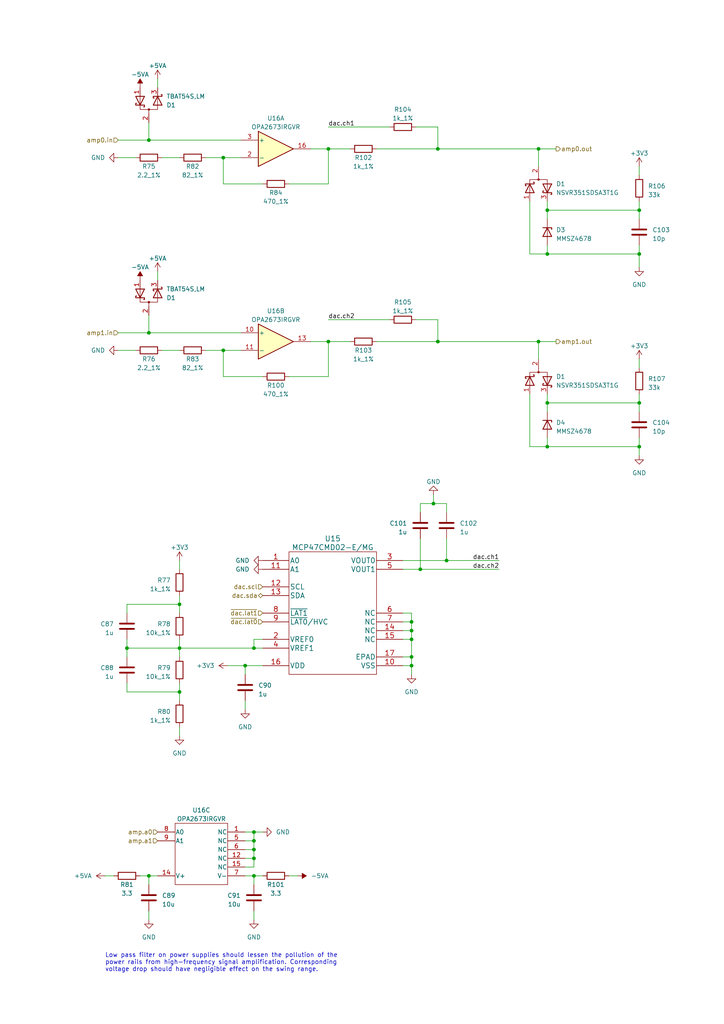
<source format=kicad_sch>
(kicad_sch (version 20221004) (generator eeschema)
  (paper "A4" portrait)
  (title_block (title "sin(π)") (date "2022-11-23") (rev "draft 0") (company "Porucha"))
  (lib_symbols
    (symbol "0000:MCP47CMD02-E/MG" (pin_names (offset 0.254))
      (property "Reference" "U" (at 0 22.86 0))
      (property "Value" "MCP47CMD02-E/MG" (at 0 20.32 0))
      (symbol "MCP47CMD02-E/MG_1_1"
        (rectangle (start -12.7 17.78) (end 12.7 -17.78))
        (pin input line (at -20.32 15.24 0) (length 7.62) (name "A0") (number "1"))
        (pin power_in line (at 20.32 -15.24 180) (length 7.62) (name "VSS") (number "10"))
        (pin input line (at -20.32 12.7 0) (length 7.62) (name "A1") (number "11"))
        (pin input line (at -20.32 7.62 0) (length 7.62) (name "SCL") (number "12"))
        (pin bidirectional line (at -20.32 5.08 0) (length 7.62) (name "SDA") (number "13"))
        (pin free line (at 20.32 -5.08 180) (length 7.62) (name "NC") (number "14"))
        (pin free line (at 20.32 -7.62 180) (length 7.62) (name "NC") (number "15"))
        (pin power_in line (at -20.32 -15.24 0) (length 7.62) (name "VDD") (number "16"))
        (pin unspecified line (at 20.32 -12.7 180) (length 7.62) (name "EPAD") (number "17"))
        (pin unspecified line (at -20.32 -7.62 0) (length 7.62) (name "VREF0") (number "2"))
        (pin output line (at 20.32 15.24 180) (length 7.62) (name "VOUT0") (number "3"))
        (pin unspecified line (at -20.32 -10.16 0) (length 7.62) (name "VREF1") (number "4"))
        (pin output line (at 20.32 12.7 180) (length 7.62) (name "VOUT1") (number "5"))
        (pin free line (at 20.32 0 180) (length 7.62) (name "NC") (number "6"))
        (pin free line (at 20.32 -2.54 180) (length 7.62) (name "NC") (number "7"))
        (pin input line (at -20.32 0 0) (length 7.62) (name "~{LAT1}") (number "8"))
        (pin input line (at -20.32 -2.54 0) (length 7.62) (name "~{LAT0}/HVC") (number "9"))
      )
    )
    (symbol "0000:OPA2673IRGVR" (pin_names (offset 0.127))
      (property "Reference" "U" (at 0 12.7 0))
      (property "Value" "OPA2673IRGVR" (at 0 10.16 0))
      (symbol "OPA2673IRGVR_1_1"
        (polyline (pts (xy -5.08 5.08) (xy 5.08 0) (xy -5.08 -5.08) (xy -5.08 5.08)) (stroke (width 0.254)) (fill (type background)))
        (pin output line (at 10.16 0 180) (length 5.08) (name "~") (number "16"))
        (pin input line (at -10.16 -2.54 0) (length 5.08) (name "-") (number "2"))
        (pin input line (at -10.16 2.54 0) (length 5.08) (name "+") (number "3"))
      )
      (symbol "OPA2673IRGVR_2_1"
        (polyline (pts (xy -5.08 5.08) (xy 5.08 0) (xy -5.08 -5.08) (xy -5.08 5.08)) (stroke (width 0.254)) (fill (type background)))
        (pin input line (at -10.16 2.54 0) (length 5.08) (name "+") (number "10"))
        (pin input line (at -10.16 -2.54 0) (length 5.08) (name "-") (number "11"))
        (pin output line (at 10.16 0 180) (length 5.08) (name "~") (number "13"))
      )
      (symbol "OPA2673IRGVR_3_1"
        (rectangle (start -7.62 7.62) (end 7.62 -10.16))
        (pin passive line (at 12.7 5.08 180) (length 5.08) (name "NC") (number "1"))
        (pin passive line (at 12.7 -2.54 180) (length 5.08) (name "NC") (number "12"))
        (pin power_in line (at -12.7 -7.62 0) (length 5.08) (name "V+") (number "14"))
        (pin passive line (at 12.7 -5.08 180) (length 5.08) (name "NC") (number "15"))
        (pin passive line (at 12.7 2.54 180) (length 5.08) (name "NC") (number "5"))
        (pin passive line (at 12.7 0 180) (length 5.08) (name "NC") (number "6"))
        (pin power_in line (at 12.7 -7.62 180) (length 5.08) (name "V-") (number "7"))
        (pin input line (at -12.7 5.08 0) (length 5.08) (name "A0") (number "8"))
        (pin input line (at -12.7 2.54 0) (length 5.08) (name "A1") (number "9"))
      )
    )
    (symbol "Device:C" (pin_numbers hide) (pin_names (offset 0.254))
      (property "Reference" "C" (at 0.635 2.54 0))
      (property "Value" "C" (at 0.635 -2.54 0))
      (symbol "C_0_1"
        (polyline (pts (xy -2.032 -0.762) (xy 2.032 -0.762)) (stroke (width 0.508)))
        (polyline (pts (xy -2.032 0.762) (xy 2.032 0.762)) (stroke (width 0.508)))
      )
      (symbol "C_1_1"
        (pin passive line (at 0 3.81 270) (length 2.794) (name "~") (number "1"))
        (pin passive line (at 0 -3.81 90) (length 2.794) (name "~") (number "2"))
      )
    )
    (symbol "Device:D_Schottky_Dual_Series_ACK_Parallel" (pin_names (offset 0.762) hide)
      (property "Reference" "D" (at 0 5.08 0))
      (property "Value" "D_Schottky_Dual_Series_ACK_Parallel" (at 0 -5.08 0))
      (symbol "D_Schottky_Dual_Series_ACK_Parallel_0_1"
        (circle (center -1.27 0) (radius 0.254) (fill (type outline)))
        (polyline (pts (xy -1.27 0) (xy -2.54 0)))
        (polyline (pts (xy 2.54 2.54) (xy -1.27 2.54) (xy -1.27 -2.54) (xy 2.54 -2.54)))
        (polyline (pts (xy -0.508 -1.524) (xy -0.508 -1.27) (xy 0 -1.27) (xy 0 -3.81) (xy 0.508 -3.81) (xy 0.508 -3.556)) (stroke (width 0.254)))
        (polyline (pts (xy 0 3.81) (xy 2.54 2.54) (xy 0 1.27) (xy 0 3.81) (xy 0 3.81) (xy 0 3.81)) (stroke (width 0.254)))
        (polyline (pts (xy 2.54 -1.27) (xy 0 -2.54) (xy 2.54 -3.81) (xy 2.54 -1.27) (xy 2.54 -1.27) (xy 2.54 -1.27)) (stroke (width 0.254)))
        (polyline (pts (xy 3.048 3.556) (xy 3.048 3.81) (xy 2.54 3.81) (xy 2.54 1.27) (xy 2.032 1.27) (xy 2.032 1.524)) (stroke (width 0.254)))
        (pin passive line (at 5.08 -2.54 180) (length 2.54) (name "K") (number "1"))
        (pin passive line (at -5.08 0 0) (length 2.54) (name "A") (number "2"))
        (pin passive line (at 5.08 2.54 180) (length 2.54) (name "K") (number "3"))
      )
    )
    (symbol "Device:D_Zener" (pin_numbers hide) (pin_names (offset 1.016) hide)
      (property "Reference" "D" (at 0 2.54 0))
      (property "Value" "D_Zener" (at 0 -2.54 0))
      (symbol "D_Zener_0_1"
        (polyline (pts (xy 1.27 0) (xy -1.27 0)))
        (polyline (pts (xy -1.27 -1.27) (xy -1.27 1.27) (xy -0.762 1.27)) (stroke (width 0.254)))
        (polyline (pts (xy 1.27 -1.27) (xy 1.27 1.27) (xy -1.27 0) (xy 1.27 -1.27)) (stroke (width 0.254)))
      )
      (symbol "D_Zener_1_1"
        (pin passive line (at -3.81 0 0) (length 2.54) (name "K") (number "1"))
        (pin passive line (at 3.81 0 180) (length 2.54) (name "A") (number "2"))
      )
    )
    (symbol "Device:R" (pin_numbers hide) (pin_names (offset 0))
      (property "Reference" "R" (at 2.032 0 90))
      (property "Value" "R" (at 0 0 90))
      (symbol "R_0_1"
        (rectangle (start -1.016 -2.54) (end 1.016 2.54) (stroke (width 0.254)))
      )
      (symbol "R_1_1"
        (pin passive line (at 0 3.81 270) (length 1.27) (name "~") (number "1"))
        (pin passive line (at 0 -3.81 90) (length 1.27) (name "~") (number "2"))
      )
    )
    (symbol "power:+3V3" (power) (pin_names (offset 0))
      (property "Value" "+3V3" (at 0 3.556 0))
      (symbol "+3V3_0_1"
        (polyline (pts (xy -0.762 1.27) (xy 0 2.54)))
        (polyline (pts (xy 0 0) (xy 0 2.54)))
        (polyline (pts (xy 0 2.54) (xy 0.762 1.27)))
      )
      (symbol "+3V3_1_1"
        (pin power_in line (at 0 0 90) (length 0) hide (name "+3V3") (number "1"))
      )
    )
    (symbol "power:+5VA" (power) (pin_names (offset 0))
      (property "Value" "+5VA" (at 0 3.556 0))
      (symbol "+5VA_0_1"
        (polyline (pts (xy -0.762 1.27) (xy 0 2.54)))
        (polyline (pts (xy 0 0) (xy 0 2.54)))
        (polyline (pts (xy 0 2.54) (xy 0.762 1.27)))
      )
      (symbol "+5VA_1_1"
        (pin power_in line (at 0 0 90) (length 0) hide (name "+5VA") (number "1"))
      )
    )
    (symbol "power:-5VA" (power) (pin_names (offset 0))
      (property "Value" "-5VA" (at 0 3.81 0))
      (symbol "-5VA_0_0"
        (pin power_in line (at 0 0 90) (length 0) hide (name "-5VA") (number "1"))
      )
      (symbol "-5VA_0_1"
        (polyline (pts (xy 0 0) (xy 0 1.27) (xy 0.762 1.27) (xy 0 2.54) (xy -0.762 1.27) (xy 0 1.27)) (fill (type outline)))
      )
    )
    (symbol "power:GND" (power) (pin_names (offset 0))
      (property "Value" "GND" (at 0 -3.81 0))
      (symbol "GND_0_1"
        (polyline (pts (xy 0 0) (xy 0 -1.27) (xy 1.27 -1.27) (xy 0 -2.54) (xy -1.27 -1.27) (xy 0 -1.27)))
      )
      (symbol "GND_1_1"
        (pin power_in line (at 0 0 270) (length 0) hide (name "GND") (number "1"))
      )
    )
  )
  (junction (at 64.77 101.6))
  (junction (at 73.66 187.96))
  (junction (at 36.83 187.96))
  (junction (at 52.07 187.96))
  (junction (at 156.21 43.18))
  (junction (at 73.66 246.38))
  (junction (at 129.54 162.56))
  (junction (at 52.07 175.26))
  (junction (at 158.75 73.66))
  (junction (at 121.92 165.1))
  (junction (at 73.66 254))
  (junction (at 119.38 193.04))
  (junction (at 95.25 99.06))
  (junction (at 64.77 45.72))
  (junction (at 73.66 243.84))
  (junction (at 43.18 254))
  (junction (at 73.66 248.92))
  (junction (at 158.75 116.84))
  (junction (at 185.42 116.84))
  (junction (at 185.42 73.66))
  (junction (at 73.66 241.3))
  (junction (at 158.75 129.54))
  (junction (at 127 99.06))
  (junction (at 185.42 129.54))
  (junction (at 127 43.18))
  (junction (at 95.25 43.18))
  (junction (at 119.38 182.88))
  (junction (at 43.18 96.52))
  (junction (at 158.75 60.96))
  (junction (at 119.38 185.42))
  (junction (at 125.73 146.05))
  (junction (at 156.21 99.06))
  (junction (at 119.38 180.34))
  (junction (at 119.38 190.5))
  (junction (at 185.42 60.96))
  (junction (at 71.12 193.04))
  (junction (at 52.07 200.66))
  (junction (at 43.18 40.64))
  (wire (pts (xy 119.38 190.5) (xy 116.84 190.5)))
  (wire (pts (xy 73.66 243.84) (xy 73.66 246.38)))
  (wire (pts (xy 76.2 241.3) (xy 73.66 241.3)))
  (wire (pts (xy 95.25 43.18) (xy 101.6 43.18)))
  (wire (pts (xy 185.42 114.3) (xy 185.42 116.84)))
  (wire (pts (xy 39.37 45.72) (xy 34.29 45.72)))
  (wire (pts (xy 64.77 101.6) (xy 64.77 109.22)))
  (wire (pts (xy 73.66 264.16) (xy 73.66 266.7)))
  (wire (pts (xy 71.12 203.2) (xy 71.12 205.74)))
  (wire (pts (xy 71.12 241.3) (xy 73.66 241.3)))
  (wire (pts (xy 156.21 43.18) (xy 127 43.18)))
  (wire (pts (xy 52.07 187.96) (xy 36.83 187.96)))
  (wire (pts (xy 46.99 101.6) (xy 52.07 101.6)))
  (wire (pts (xy 64.77 45.72) (xy 64.77 53.34)))
  (wire (pts (xy 90.17 43.18) (xy 95.25 43.18)))
  (wire (pts (xy 52.07 185.42) (xy 52.07 187.96)))
  (wire (pts (xy 121.92 156.21) (xy 121.92 165.1)))
  (wire (pts (xy 156.21 99.06) (xy 161.29 99.06)))
  (wire (pts (xy 64.77 53.34) (xy 76.2 53.34)))
  (wire (pts (xy 73.66 254) (xy 71.12 254)))
  (wire (pts (xy 156.21 43.18) (xy 156.21 48.26)))
  (wire (pts (xy 153.67 73.66) (xy 158.75 73.66)))
  (wire (pts (xy 119.38 180.34) (xy 119.38 182.88)))
  (wire (pts (xy 119.38 182.88) (xy 116.84 182.88)))
  (wire (pts (xy 43.18 264.16) (xy 43.18 266.7)))
  (wire (pts (xy 185.42 60.96) (xy 185.42 63.5)))
  (wire (pts (xy 52.07 187.96) (xy 52.07 190.5)))
  (wire (pts (xy 119.38 185.42) (xy 116.84 185.42)))
  (wire (pts (xy 43.18 40.64) (xy 34.29 40.64)))
  (wire (pts (xy 73.66 254) (xy 73.66 256.54)))
  (wire (pts (xy 52.07 213.36) (xy 52.07 210.82)))
  (wire (pts (xy 43.18 96.52) (xy 69.85 96.52)))
  (wire (pts (xy 185.42 58.42) (xy 185.42 60.96)))
  (wire (pts (xy 36.83 185.42) (xy 36.83 187.96)))
  (wire (pts (xy 43.18 254) (xy 43.18 256.54)))
  (wire (pts (xy 109.22 99.06) (xy 127 99.06)))
  (wire (pts (xy 40.64 254) (xy 43.18 254)))
  (wire (pts (xy 119.38 185.42) (xy 119.38 190.5)))
  (wire (pts (xy 95.25 109.22) (xy 95.25 99.06)))
  (wire (pts (xy 116.84 177.8) (xy 119.38 177.8)))
  (wire (pts (xy 120.65 92.71) (xy 127 92.71)))
  (wire (pts (xy 158.75 60.96) (xy 158.75 58.42)))
  (wire (pts (xy 120.65 36.83) (xy 127 36.83)))
  (wire (pts (xy 156.21 43.18) (xy 161.29 43.18)))
  (wire (pts (xy 43.18 254) (xy 45.72 254)))
  (wire (pts (xy 73.66 246.38) (xy 73.66 248.92)))
  (wire (pts (xy 64.77 101.6) (xy 69.85 101.6)))
  (wire (pts (xy 73.66 187.96) (xy 73.66 185.42)))
  (wire (pts (xy 90.17 99.06) (xy 95.25 99.06)))
  (wire (pts (xy 64.77 109.22) (xy 76.2 109.22)))
  (wire (pts (xy 52.07 203.2) (xy 52.07 200.66)))
  (wire (pts (xy 95.25 53.34) (xy 95.25 43.18)))
  (wire (pts (xy 116.84 165.1) (xy 121.92 165.1)))
  (wire (pts (xy 119.38 182.88) (xy 119.38 185.42)))
  (wire (pts (xy 52.07 175.26) (xy 52.07 177.8)))
  (wire (pts (xy 185.42 116.84) (xy 185.42 119.38)))
  (wire (pts (xy 129.54 162.56) (xy 144.78 162.56)))
  (wire (pts (xy 76.2 187.96) (xy 73.66 187.96)))
  (wire (pts (xy 156.21 99.06) (xy 127 99.06)))
  (wire (pts (xy 109.22 43.18) (xy 127 43.18)))
  (wire (pts (xy 52.07 162.56) (xy 52.07 165.1)))
  (wire (pts (xy 76.2 254) (xy 73.66 254)))
  (wire (pts (xy 52.07 200.66) (xy 52.07 198.12)))
  (wire (pts (xy 36.83 175.26) (xy 52.07 175.26)))
  (wire (pts (xy 158.75 63.5) (xy 158.75 60.96)))
  (wire (pts (xy 153.67 129.54) (xy 158.75 129.54)))
  (wire (pts (xy 129.54 156.21) (xy 129.54 162.56)))
  (wire (pts (xy 156.21 104.14) (xy 156.21 99.06)))
  (wire (pts (xy 129.54 146.05) (xy 129.54 148.59)))
  (wire (pts (xy 73.66 185.42) (xy 76.2 185.42)))
  (wire (pts (xy 158.75 60.96) (xy 185.42 60.96)))
  (wire (pts (xy 121.92 146.05) (xy 125.73 146.05)))
  (wire (pts (xy 95.25 92.71) (xy 113.03 92.71)))
  (wire (pts (xy 116.84 162.56) (xy 129.54 162.56)))
  (wire (pts (xy 95.25 99.06) (xy 101.6 99.06)))
  (wire (pts (xy 36.83 175.26) (xy 36.83 177.8)))
  (wire (pts (xy 83.82 53.34) (xy 95.25 53.34)))
  (wire (pts (xy 158.75 73.66) (xy 185.42 73.66)))
  (wire (pts (xy 59.69 101.6) (xy 64.77 101.6)))
  (wire (pts (xy 59.69 45.72) (xy 64.77 45.72)))
  (wire (pts (xy 69.85 40.64) (xy 43.18 40.64)))
  (wire (pts (xy 158.75 129.54) (xy 158.75 127)))
  (wire (pts (xy 125.73 146.05) (xy 129.54 146.05)))
  (wire (pts (xy 119.38 193.04) (xy 119.38 195.58)))
  (wire (pts (xy 158.75 129.54) (xy 185.42 129.54)))
  (wire (pts (xy 119.38 193.04) (xy 116.84 193.04)))
  (wire (pts (xy 127 36.83) (xy 127 43.18)))
  (wire (pts (xy 45.72 22.86) (xy 45.72 25.4)))
  (wire (pts (xy 30.48 254) (xy 33.02 254)))
  (wire (pts (xy 158.75 116.84) (xy 185.42 116.84)))
  (wire (pts (xy 39.37 101.6) (xy 34.29 101.6)))
  (wire (pts (xy 36.83 200.66) (xy 52.07 200.66)))
  (wire (pts (xy 116.84 180.34) (xy 119.38 180.34)))
  (wire (pts (xy 153.67 129.54) (xy 153.67 114.3)))
  (wire (pts (xy 73.66 248.92) (xy 71.12 248.92)))
  (wire (pts (xy 64.77 45.72) (xy 69.85 45.72)))
  (wire (pts (xy 125.73 143.51) (xy 125.73 146.05)))
  (wire (pts (xy 185.42 50.8) (xy 185.42 48.26)))
  (wire (pts (xy 73.66 246.38) (xy 71.12 246.38)))
  (wire (pts (xy 66.04 193.04) (xy 71.12 193.04)))
  (wire (pts (xy 185.42 129.54) (xy 185.42 127)))
  (wire (pts (xy 45.72 78.74) (xy 45.72 81.28)))
  (wire (pts (xy 185.42 77.47) (xy 185.42 73.66)))
  (wire (pts (xy 43.18 35.56) (xy 43.18 40.64)))
  (wire (pts (xy 119.38 190.5) (xy 119.38 193.04)))
  (wire (pts (xy 83.82 109.22) (xy 95.25 109.22)))
  (wire (pts (xy 52.07 172.72) (xy 52.07 175.26)))
  (wire (pts (xy 34.29 96.52) (xy 43.18 96.52)))
  (wire (pts (xy 185.42 106.68) (xy 185.42 104.14)))
  (wire (pts (xy 127 92.71) (xy 127 99.06)))
  (wire (pts (xy 158.75 119.38) (xy 158.75 116.84)))
  (wire (pts (xy 71.12 193.04) (xy 76.2 193.04)))
  (wire (pts (xy 73.66 248.92) (xy 73.66 251.46)))
  (wire (pts (xy 95.25 36.83) (xy 113.03 36.83)))
  (wire (pts (xy 185.42 132.08) (xy 185.42 129.54)))
  (wire (pts (xy 73.66 251.46) (xy 71.12 251.46)))
  (wire (pts (xy 121.92 165.1) (xy 144.78 165.1)))
  (wire (pts (xy 36.83 198.12) (xy 36.83 200.66)))
  (wire (pts (xy 46.99 45.72) (xy 52.07 45.72)))
  (wire (pts (xy 158.75 73.66) (xy 158.75 71.12)))
  (wire (pts (xy 119.38 177.8) (xy 119.38 180.34)))
  (wire (pts (xy 153.67 73.66) (xy 153.67 58.42)))
  (wire (pts (xy 86.36 254) (xy 83.82 254)))
  (wire (pts (xy 36.83 187.96) (xy 36.83 190.5)))
  (wire (pts (xy 73.66 243.84) (xy 71.12 243.84)))
  (wire (pts (xy 121.92 148.59) (xy 121.92 146.05)))
  (wire (pts (xy 71.12 193.04) (xy 71.12 195.58)))
  (wire (pts (xy 158.75 116.84) (xy 158.75 114.3)))
  (wire (pts (xy 43.18 91.44) (xy 43.18 96.52)))
  (wire (pts (xy 73.66 241.3) (xy 73.66 243.84)))
  (wire (pts (xy 185.42 73.66) (xy 185.42 71.12)))
  (wire (pts (xy 52.07 187.96) (xy 73.66 187.96)))
  (text "Low pass filter on power supplies should lessen the pollution of the\npower rails from high-frequency signal amplification. Corresponding\nvoltage drop should have negligible effect on the swing range." (at 30.48 281.94 0) (effects (font (size 1.27 1.27)) (justify left bottom)))
  (label "dac.ch2" (at 144.78 165.1 180))
  (label "dac.ch2" (at 95.25 92.71 0))
  (label "dac.ch1" (at 95.25 36.83 0))
  (label "dac.ch1" (at 144.78 162.56 180))
  (hierarchical_label "~{dac.lat1}" (shape input) (at 76.2 177.8 180))
  (hierarchical_label "amp.a1" (shape input) (at 45.72 243.84 180))
  (hierarchical_label "amp1.in" (shape input) (at 34.29 96.52 180))
  (hierarchical_label "amp1.out" (shape output) (at 161.29 99.06 0))
  (hierarchical_label "dac.scl" (shape input) (at 76.2 170.18 180))
  (hierarchical_label "dac.sda" (shape bidirectional) (at 76.2 172.72 180))
  (hierarchical_label "amp0.out" (shape output) (at 161.29 43.18 0))
  (hierarchical_label "amp.a0" (shape input) (at 45.72 241.3 180))
  (hierarchical_label "amp0.in" (shape input) (at 34.29 40.64 180))
  (hierarchical_label "~{dac.lat0}" (shape input) (at 76.2 180.34 180))
  (symbol (lib_id "power:GND") (at 119.38 195.58 0) (mirror y) (unit 1)
    (property "Reference" "#PWR0156" (effects hide))
    (property "Value" "GND" (at 119.38 200.66 0))
  )
  (symbol (lib_id "power:+3V3") (at 185.42 48.26 0) (unit 1)
    (property "Reference" "#PWR0166" (effects hide))
    (property "Value" "+3V3" (at 185.42 44.45 0))
  )
  (symbol (lib_id "power:GND") (at 34.29 45.72 270) (unit 1)
    (property "Reference" "#PWR089" (effects hide))
    (property "Value" "GND" (at 30.48 45.72 90) (effects (justify right)))
    (instances (project "sinpi" (path "" (reference "#PWR0102") (unit 1) (value "GND") (footprint ""))))
  )
  (symbol (lib_id "0000:OPA2673IRGVR") (at 80.01 43.18 0) (unit 1)
    (property "Reference" "U16" (at 80.01 34.29 0))
    (property "Value" "OPA2673IRGVR" (at 80.01 36.83 0))
    (property "Datasheet" "https://www.ti.com/lit/ds/symlink/opa2673.pdf" (effects hide))
  )
  (symbol (lib_id "Device:C") (at 71.12 199.39 0) (mirror y) (unit 1)
    (property "Reference" "C85" (at 74.93 198.755 0) (effects (justify right)))
    (property "Value" "1u" (at 74.93 201.295 0) (effects (justify right)))
    (instances (project "sinpi" (path "" (reference "C90") (unit 1) (value "1u") (footprint ""))))
  )
  (symbol (lib_id "Device:C") (at 185.42 67.31 0) (unit 1)
    (property "Reference" "C90" (at 189.23 66.675 0) (effects (justify left)))
    (property "Value" "10p" (at 189.23 69.215 0) (effects (justify left)))
    (instances (project "sinpi" (path "" (reference "C103") (unit 1) (value "10p") (footprint ""))))
  )
  (symbol (lib_id "power:-5VA") (at 86.36 254 270) (unit 1)
    (property "Reference" "#PWR0165" (effects hide))
    (property "Value" "-5VA" (at 90.17 254 90) (effects (justify left)))
  )
  (symbol (lib_id "power:GND") (at 76.2 162.56 270) (unit 1)
    (property "Reference" "#PWR0153" (effects hide))
    (property "Value" "GND" (at 72.39 162.56 90) (effects (justify right)))
  )
  (symbol (lib_id "power:+5VA") (at 45.72 78.74 0) (unit 1)
    (property "Reference" "#PWR?" (effects hide))
    (property "Value" "+5VA" (at 45.72 74.93 0))
  )
  (symbol (lib_id "power:GND") (at 73.66 266.7 0) (unit 1)
    (property "Reference" "#PWR0163" (effects hide))
    (property "Value" "GND" (at 73.66 271.78 0))
  )
  (symbol (lib_id "Device:C") (at 36.83 181.61 0) (unit 1)
    (property "Reference" "C83" (at 33.02 180.975 0) (effects (justify right)))
    (property "Value" "1u" (at 33.02 183.515 0) (effects (justify right)))
    (instances (project "sinpi" (path "" (reference "C87") (unit 1) (value "1u") (footprint ""))))
  )
  (symbol (lib_id "Device:R") (at 52.07 168.91 0) (unit 1)
    (property "Reference" "R67" (at 49.53 168.275 0) (effects (justify right)))
    (property "Value" "1k_1%" (at 49.53 170.815 0) (effects (justify right)))
    (instances (project "sinpi" (path "" (reference "R77") (unit 1) (value "1k_1%") (footprint ""))))
  )
  (symbol (lib_id "power:+5VA") (at 30.48 254 90) (unit 1)
    (property "Reference" "#PWR0161" (effects hide))
    (property "Value" "+5VA" (at 26.67 254 90) (effects (justify left)))
  )
  (symbol (lib_id "power:GND") (at 76.2 165.1 270) (unit 1)
    (property "Reference" "#PWR0154" (effects hide))
    (property "Value" "GND" (at 72.39 165.1 90) (effects (justify right)))
  )
  (symbol (lib_id "Device:C") (at 43.18 260.35 0) (unit 1)
    (property "Reference" "C88" (at 46.99 259.715 0) (effects (justify left)))
    (property "Value" "10u" (at 46.99 262.255 0) (effects (justify left)))
    (instances (project "sinpi" (path "" (reference "C89") (unit 1) (value "10u") (footprint ""))))
  )
  (symbol (lib_id "power:-5VA") (at 40.64 81.28 0) (unit 1)
    (property "Reference" "#PWR?" (effects hide))
    (property "Value" "-5VA" (at 40.64 77.47 0))
  )
  (symbol (lib_id "power:+5VA") (at 45.72 22.86 0) (unit 1)
    (property "Reference" "#PWR?" (effects hide))
    (property "Value" "+5VA" (at 45.72 19.05 0))
  )
  (symbol (lib_id "Device:R") (at 185.42 110.49 0) (unit 1)
    (property "Reference" "R84" (at 187.96 109.855 0) (effects (justify left)))
    (property "Value" "33k" (at 187.96 112.395 0) (effects (justify left)))
    (instances (project "sinpi" (path "" (reference "R107") (unit 1) (value "33k") (footprint ""))))
  )
  (symbol (lib_id "Device:D_Schottky_Dual_Series_ACK_Parallel") (at 43.18 86.36 270) (mirror x) (unit 1)
    (property "Reference" "D1" (at 48.26 86.36 90) (effects (justify left)))
    (property "Value" "D_Schottky_Dual_Series_ACK_Parallel" (at 48.26 83.82 90) (effects (justify left)))
    (instances (project "sinpi" (path "" (reference "D1") (unit 1) (value "NSVR351SDSA3T1G") (footprint "")) (path "" (reference "D6") (unit 1) (value "TBAT54S,LM") (footprint "Package_TO_SOT_SMD:SOT-23"))))
  )
  (symbol (lib_id "Device:R") (at 43.18 101.6 270) (unit 1)
    (property "Reference" "R72" (at 43.18 104.14 90))
    (property "Value" "2.2_1%" (at 43.18 106.68 90))
    (instances (project "sinpi" (path "" (reference "R76") (unit 1) (value "2.2_1%") (footprint ""))))
  )
  (symbol (lib_id "power:GND") (at 34.29 101.6 270) (unit 1)
    (property "Reference" "#PWR090" (effects hide))
    (property "Value" "GND" (at 30.48 101.6 90) (effects (justify right)))
    (instances (project "sinpi" (path "" (reference "#PWR0103") (unit 1) (value "GND") (footprint ""))))
  )
  (symbol (lib_id "Device:R") (at 116.84 36.83 90) (unit 1)
    (property "Reference" "R79" (at 116.84 31.75 90))
    (property "Value" "1k_1%" (at 116.84 34.29 90))
    (instances (project "sinpi" (path "" (reference "R104") (unit 1) (value "1k_1%") (footprint ""))))
  )
  (symbol (lib_id "0000:OPA2673IRGVR") (at 80.01 99.06 0) (unit 2)
    (property "Reference" "U16" (at 80.01 90.17 0))
    (property "Value" "OPA2673IRGVR" (at 80.01 92.71 0))
    (property "Datasheet" "https://www.ti.com/lit/ds/symlink/opa2673.pdf" (effects hide))
  )
  (symbol (lib_id "Device:C") (at 73.66 260.35 0) (mirror y) (unit 1)
    (property "Reference" "C89" (at 69.85 259.715 0) (effects (justify left)))
    (property "Value" "10u" (at 69.85 262.255 0) (effects (justify left)))
    (instances (project "sinpi" (path "" (reference "C91") (unit 1) (value "10u") (footprint ""))))
  )
  (symbol (lib_id "Device:R") (at 185.42 54.61 0) (unit 1)
    (property "Reference" "R83" (at 187.96 53.975 0) (effects (justify left)))
    (property "Value" "33k" (at 187.96 56.515 0) (effects (justify left)))
    (instances (project "sinpi" (path "" (reference "R106") (unit 1) (value "33k") (footprint ""))))
  )
  (symbol (lib_id "Device:R") (at 52.07 181.61 0) (unit 1)
    (property "Reference" "R68" (at 49.53 180.975 0) (effects (justify right)))
    (property "Value" "10k_1%" (at 49.53 183.515 0) (effects (justify right)))
    (instances (project "sinpi" (path "" (reference "R78") (unit 1) (value "10k_1%") (footprint ""))))
  )
  (symbol (lib_id "Device:R") (at 80.01 53.34 270) (unit 1)
    (property "Reference" "R75" (at 80.01 55.88 90))
    (property "Value" "470_1%" (at 80.01 58.42 90))
    (instances (project "sinpi" (path "" (reference "R84") (unit 1) (value "470_1%") (footprint ""))))
  )
  (symbol (lib_id "Device:C") (at 121.92 152.4 0) (mirror y) (unit 1)
    (property "Reference" "C86" (at 118.11 151.765 0) (effects (justify left)))
    (property "Value" "1u" (at 118.11 154.305 0) (effects (justify left)))
    (instances (project "sinpi" (path "" (reference "C101") (unit 1) (value "1u") (footprint ""))))
  )
  (symbol (lib_id "Device:D_Schottky_Dual_Series_ACK_Parallel") (at 43.18 30.48 270) (mirror x) (unit 1)
    (property "Reference" "D1" (at 48.26 30.48 90) (effects (justify left)))
    (property "Value" "D_Schottky_Dual_Series_ACK_Parallel" (at 48.26 27.94 90) (effects (justify left)))
    (instances (project "sinpi" (path "" (reference "D1") (unit 1) (value "NSVR351SDSA3T1G") (footprint "")) (path "" (reference "D5") (unit 1) (value "TBAT54S,LM") (footprint "Package_TO_SOT_SMD:SOT-23"))))
  )
  (symbol (lib_id "Device:R") (at 105.41 43.18 270) (unit 1)
    (property "Reference" "R77" (at 105.41 45.72 90))
    (property "Value" "1k_1%" (at 105.41 48.26 90))
    (instances (project "sinpi" (path "" (reference "R102") (unit 1) (value "1k_1%") (footprint ""))))
  )
  (symbol (lib_id "Device:C") (at 129.54 152.4 0) (unit 1)
    (property "Reference" "C87" (at 133.35 151.765 0) (effects (justify left)))
    (property "Value" "1u" (at 133.35 154.305 0) (effects (justify left)))
    (instances (project "sinpi" (path "" (reference "C102") (unit 1) (value "1u") (footprint ""))))
  )
  (symbol (lib_id "Device:C") (at 36.83 194.31 0) (unit 1)
    (property "Reference" "C84" (at 33.02 193.675 0) (effects (justify right)))
    (property "Value" "1u" (at 33.02 196.215 0) (effects (justify right)))
    (instances (project "sinpi" (path "" (reference "C88") (unit 1) (value "1u") (footprint ""))))
  )
  (symbol (lib_id "Device:R") (at 52.07 207.01 0) (unit 1)
    (property "Reference" "R70" (at 49.53 206.375 0) (effects (justify right)))
    (property "Value" "1k_1%" (at 49.53 208.915 0) (effects (justify right)))
    (instances (project "sinpi" (path "" (reference "R80") (unit 1) (value "1k_1%") (footprint ""))))
  )
  (symbol (lib_id "Device:R") (at 36.83 254 270) (mirror x) (unit 1)
    (property "Reference" "R81" (at 36.83 256.54 90))
    (property "Value" "3.3" (at 36.83 259.08 90))
  )
  (symbol (lib_id "power:+3V3") (at 66.04 193.04 90) (unit 1)
    (property "Reference" "#PWR0155" (effects hide))
    (property "Value" "+3V3" (at 62.23 193.04 90) (effects (justify left)))
  )
  (symbol (lib_id "Device:C") (at 185.42 123.19 0) (unit 1)
    (property "Reference" "C91" (at 189.23 122.555 0) (effects (justify left)))
    (property "Value" "10p" (at 189.23 125.095 0) (effects (justify left)))
    (instances (project "sinpi" (path "" (reference "C104") (unit 1) (value "10p") (footprint ""))))
  )
  (symbol (lib_id "power:+3V3") (at 52.07 162.56 0) (unit 1)
    (property "Reference" "#PWR0151" (effects hide))
    (property "Value" "+3V3" (at 52.07 158.75 0))
  )
  (symbol (lib_id "power:+3V3") (at 185.42 104.14 0) (unit 1)
    (property "Reference" "#PWR0159" (effects hide))
    (property "Value" "+3V3" (at 185.42 100.33 0))
  )
  (symbol (lib_id "Device:R") (at 105.41 99.06 270) (unit 1)
    (property "Reference" "R78" (at 105.41 101.6 90))
    (property "Value" "1k_1%" (at 105.41 104.14 90))
    (instances (project "sinpi" (path "" (reference "R103") (unit 1) (value "1k_1%") (footprint ""))))
  )
  (symbol (lib_id "Device:R") (at 80.01 109.22 270) (unit 1)
    (property "Reference" "R76" (at 80.01 111.76 90))
    (property "Value" "470_1%" (at 80.01 114.3 90))
    (instances (project "sinpi" (path "" (reference "R100") (unit 1) (value "470_1%") (footprint ""))))
  )
  (symbol (lib_id "Device:R") (at 55.88 101.6 270) (unit 1)
    (property "Reference" "R74" (at 55.88 104.14 90))
    (property "Value" "82_1%" (at 55.88 106.68 90))
    (instances (project "sinpi" (path "" (reference "R83") (unit 1) (value "82_1%") (footprint ""))))
  )
  (symbol (lib_id "power:GND") (at 125.73 143.51 180) (unit 1)
    (property "Reference" "#PWR0157" (effects hide))
    (property "Value" "GND" (at 125.73 139.7 0))
  )
  (symbol (lib_id "power:GND") (at 185.42 132.08 0) (unit 1)
    (property "Reference" "#PWR0160" (effects hide))
    (property "Value" "GND" (at 185.42 137.16 0))
  )
  (symbol (lib_id "Device:R") (at 43.18 45.72 270) (unit 1)
    (property "Reference" "R71" (at 43.18 48.26 90))
    (property "Value" "2.2_1%" (at 43.18 50.8 90))
    (instances (project "sinpi" (path "" (reference "R75") (unit 1) (value "2.2_1%") (footprint ""))))
  )
  (symbol (lib_id "Device:D_Zener") (at 158.75 67.31 270) (unit 1)
    (property "Reference" "D3" (at 161.29 66.675 90) (effects (justify left)))
    (property "Value" "MMSZ4678" (at 161.29 69.215 90) (effects (justify left)))
    (property "Footprint" "Diode_SMD:D_SOD-123" (effects hide))
  )
  (symbol (lib_id "Device:D_Schottky_Dual_Series_ACK_Parallel") (at 156.21 109.22 270) (unit 1)
    (property "Reference" "D1" (at 161.29 109.22 90) (effects (justify left)))
    (property "Value" "D_Schottky_Dual_Series_ACK_Parallel" (at 161.29 111.76 90) (effects (justify left)))
    (instances (project "sinpi" (path "" (reference "D1") (unit 1) (value "NSVR351SDSA3T1G") (footprint "")) (path "" (reference "D2") (unit 1) (value "NSVR351SDSA3T1G") (footprint ""))))
  )
  (symbol (lib_id "Device:R") (at 116.84 92.71 90) (unit 1)
    (property "Reference" "R80" (at 116.84 87.63 90))
    (property "Value" "1k_1%" (at 116.84 90.17 90))
    (instances (project "sinpi" (path "" (reference "R105") (unit 1) (value "1k_1%") (footprint ""))))
  )
  (symbol (lib_id "power:GND") (at 52.07 213.36 0) (unit 1)
    (property "Reference" "#PWR0152" (effects hide))
    (property "Value" "GND" (at 52.07 218.44 0))
  )
  (symbol (lib_id "Device:R") (at 80.01 254 90) (unit 1)
    (property "Reference" "R82" (at 80.01 256.54 90))
    (property "Value" "3.3" (at 80.01 259.08 90))
    (instances (project "sinpi" (path "" (reference "R101") (unit 1) (value "3.3") (footprint ""))))
  )
  (symbol (lib_id "Device:R") (at 55.88 45.72 270) (unit 1)
    (property "Reference" "R73" (at 55.88 48.26 90))
    (property "Value" "82_1%" (at 55.88 50.8 90))
    (instances (project "sinpi" (path "" (reference "R82") (unit 1) (value "82_1%") (footprint ""))))
  )
  (symbol (lib_id "0000:OPA2673IRGVR") (at 58.42 246.38 0) (unit 3)
    (property "Reference" "U16" (at 58.42 234.95 0))
    (property "Value" "OPA2673IRGVR" (at 58.42 237.49 0))
    (property "Datasheet" "https://www.ti.com/lit/ds/symlink/opa2673.pdf" (effects hide))
  )
  (symbol (lib_id "0000:MCP47CMD02-E/MG") (at 96.52 177.8 0) (unit 1)
    (property "Reference" "U15" (at 96.52 156.21 0) (effects (font (size 1.524 1.524))))
    (property "Value" "MCP47CMD02-E/MG" (at 96.52 158.75 0) (effects (font (size 1.524 1.524))))
    (property "Footprint" "0000:MCP47CMD02-E-MG" (effects hide))
  )
  (symbol (lib_id "Device:R") (at 52.07 194.31 0) (unit 1)
    (property "Reference" "R69" (at 49.53 193.675 0) (effects (justify right)))
    (property "Value" "10k_1%" (at 49.53 196.215 0) (effects (justify right)))
    (instances (project "sinpi" (path "" (reference "R79") (unit 1) (value "10k_1%") (footprint ""))))
  )
  (symbol (lib_id "Device:D_Schottky_Dual_Series_ACK_Parallel") (at 156.21 53.34 270) (unit 1)
    (property "Reference" "D1" (at 161.29 53.34 90) (effects (justify left)))
    (property "Value" "D_Schottky_Dual_Series_ACK_Parallel" (at 161.29 55.88 90) (effects (justify left)))
  )
  (symbol (lib_id "power:-5VA") (at 40.64 25.4 0) (unit 1)
    (property "Reference" "#PWR?" (effects hide))
    (property "Value" "-5VA" (at 40.64 21.59 0))
  )
  (symbol (lib_id "power:GND") (at 185.42 77.47 0) (unit 1)
    (property "Reference" "#PWR0167" (effects hide))
    (property "Value" "GND" (at 185.42 82.55 0))
  )
  (symbol (lib_id "Device:D_Zener") (at 158.75 123.19 270) (unit 1)
    (property "Reference" "D4" (at 161.29 122.555 90) (effects (justify left)))
    (property "Value" "MMSZ4678" (at 161.29 125.095 90) (effects (justify left)))
    (property "Footprint" "Diode_SMD:D_SOD-123" (effects hide))
  )
  (symbol (lib_id "power:GND") (at 71.12 205.74 0) (unit 1)
    (property "Reference" "#PWR0208" (effects hide))
    (property "Value" "GND" (at 71.12 210.82 0))
  )
  (symbol (lib_id "power:GND") (at 43.18 266.7 0) (mirror y) (unit 1)
    (property "Reference" "#PWR0162" (effects hide))
    (property "Value" "GND" (at 43.18 271.78 0))
  )
  (symbol (lib_id "power:GND") (at 76.2 241.3 90) (unit 1)
    (property "Reference" "#PWR0164" (effects hide))
    (property "Value" "GND" (at 80.01 241.3 90) (effects (justify right)))
  )
)
</source>
